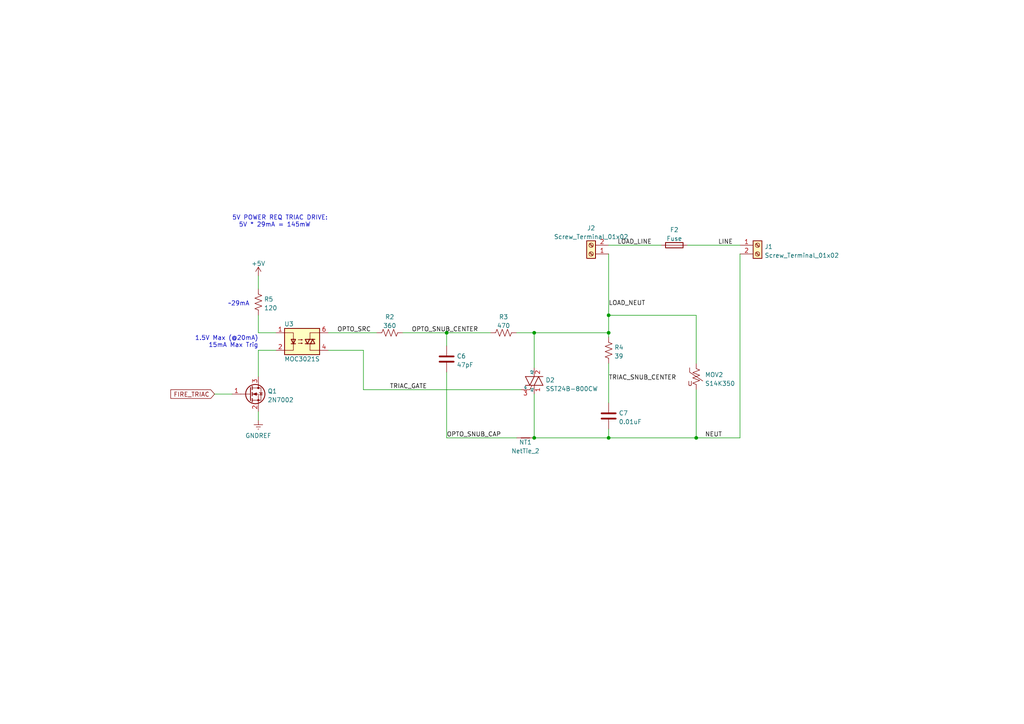
<source format=kicad_sch>
(kicad_sch (version 20211123) (generator eeschema)

  (uuid 8e3c6e53-20b4-4946-9a10-7337a6eeb649)

  (paper "A4")

  (lib_symbols
    (symbol "Connector:Screw_Terminal_01x02" (pin_names (offset 1.016) hide) (in_bom yes) (on_board yes)
      (property "Reference" "J" (id 0) (at 0 2.54 0)
        (effects (font (size 1.27 1.27)))
      )
      (property "Value" "Screw_Terminal_01x02" (id 1) (at 0 -5.08 0)
        (effects (font (size 1.27 1.27)))
      )
      (property "Footprint" "" (id 2) (at 0 0 0)
        (effects (font (size 1.27 1.27)) hide)
      )
      (property "Datasheet" "~" (id 3) (at 0 0 0)
        (effects (font (size 1.27 1.27)) hide)
      )
      (property "ki_keywords" "screw terminal" (id 4) (at 0 0 0)
        (effects (font (size 1.27 1.27)) hide)
      )
      (property "ki_description" "Generic screw terminal, single row, 01x02, script generated (kicad-library-utils/schlib/autogen/connector/)" (id 5) (at 0 0 0)
        (effects (font (size 1.27 1.27)) hide)
      )
      (property "ki_fp_filters" "TerminalBlock*:*" (id 6) (at 0 0 0)
        (effects (font (size 1.27 1.27)) hide)
      )
      (symbol "Screw_Terminal_01x02_1_1"
        (rectangle (start -1.27 1.27) (end 1.27 -3.81)
          (stroke (width 0.254) (type default) (color 0 0 0 0))
          (fill (type background))
        )
        (circle (center 0 -2.54) (radius 0.635)
          (stroke (width 0.1524) (type default) (color 0 0 0 0))
          (fill (type none))
        )
        (polyline
          (pts
            (xy -0.5334 -2.2098)
            (xy 0.3302 -3.048)
          )
          (stroke (width 0.1524) (type default) (color 0 0 0 0))
          (fill (type none))
        )
        (polyline
          (pts
            (xy -0.5334 0.3302)
            (xy 0.3302 -0.508)
          )
          (stroke (width 0.1524) (type default) (color 0 0 0 0))
          (fill (type none))
        )
        (polyline
          (pts
            (xy -0.3556 -2.032)
            (xy 0.508 -2.8702)
          )
          (stroke (width 0.1524) (type default) (color 0 0 0 0))
          (fill (type none))
        )
        (polyline
          (pts
            (xy -0.3556 0.508)
            (xy 0.508 -0.3302)
          )
          (stroke (width 0.1524) (type default) (color 0 0 0 0))
          (fill (type none))
        )
        (circle (center 0 0) (radius 0.635)
          (stroke (width 0.1524) (type default) (color 0 0 0 0))
          (fill (type none))
        )
        (pin passive line (at -5.08 0 0) (length 3.81)
          (name "Pin_1" (effects (font (size 1.27 1.27))))
          (number "1" (effects (font (size 1.27 1.27))))
        )
        (pin passive line (at -5.08 -2.54 0) (length 3.81)
          (name "Pin_2" (effects (font (size 1.27 1.27))))
          (number "2" (effects (font (size 1.27 1.27))))
        )
      )
    )
    (symbol "Device:C" (pin_numbers hide) (pin_names (offset 0.254)) (in_bom yes) (on_board yes)
      (property "Reference" "C" (id 0) (at 0.635 2.54 0)
        (effects (font (size 1.27 1.27)) (justify left))
      )
      (property "Value" "C" (id 1) (at 0.635 -2.54 0)
        (effects (font (size 1.27 1.27)) (justify left))
      )
      (property "Footprint" "" (id 2) (at 0.9652 -3.81 0)
        (effects (font (size 1.27 1.27)) hide)
      )
      (property "Datasheet" "~" (id 3) (at 0 0 0)
        (effects (font (size 1.27 1.27)) hide)
      )
      (property "ki_keywords" "cap capacitor" (id 4) (at 0 0 0)
        (effects (font (size 1.27 1.27)) hide)
      )
      (property "ki_description" "Unpolarized capacitor" (id 5) (at 0 0 0)
        (effects (font (size 1.27 1.27)) hide)
      )
      (property "ki_fp_filters" "C_*" (id 6) (at 0 0 0)
        (effects (font (size 1.27 1.27)) hide)
      )
      (symbol "C_0_1"
        (polyline
          (pts
            (xy -2.032 -0.762)
            (xy 2.032 -0.762)
          )
          (stroke (width 0.508) (type default) (color 0 0 0 0))
          (fill (type none))
        )
        (polyline
          (pts
            (xy -2.032 0.762)
            (xy 2.032 0.762)
          )
          (stroke (width 0.508) (type default) (color 0 0 0 0))
          (fill (type none))
        )
      )
      (symbol "C_1_1"
        (pin passive line (at 0 3.81 270) (length 2.794)
          (name "~" (effects (font (size 1.27 1.27))))
          (number "1" (effects (font (size 1.27 1.27))))
        )
        (pin passive line (at 0 -3.81 90) (length 2.794)
          (name "~" (effects (font (size 1.27 1.27))))
          (number "2" (effects (font (size 1.27 1.27))))
        )
      )
    )
    (symbol "Device:Fuse" (pin_numbers hide) (pin_names (offset 0)) (in_bom yes) (on_board yes)
      (property "Reference" "F" (id 0) (at 2.032 0 90)
        (effects (font (size 1.27 1.27)))
      )
      (property "Value" "Fuse" (id 1) (at -1.905 0 90)
        (effects (font (size 1.27 1.27)))
      )
      (property "Footprint" "" (id 2) (at -1.778 0 90)
        (effects (font (size 1.27 1.27)) hide)
      )
      (property "Datasheet" "~" (id 3) (at 0 0 0)
        (effects (font (size 1.27 1.27)) hide)
      )
      (property "ki_keywords" "fuse" (id 4) (at 0 0 0)
        (effects (font (size 1.27 1.27)) hide)
      )
      (property "ki_description" "Fuse" (id 5) (at 0 0 0)
        (effects (font (size 1.27 1.27)) hide)
      )
      (property "ki_fp_filters" "*Fuse*" (id 6) (at 0 0 0)
        (effects (font (size 1.27 1.27)) hide)
      )
      (symbol "Fuse_0_1"
        (rectangle (start -0.762 -2.54) (end 0.762 2.54)
          (stroke (width 0.254) (type default) (color 0 0 0 0))
          (fill (type none))
        )
        (polyline
          (pts
            (xy 0 2.54)
            (xy 0 -2.54)
          )
          (stroke (width 0) (type default) (color 0 0 0 0))
          (fill (type none))
        )
      )
      (symbol "Fuse_1_1"
        (pin passive line (at 0 3.81 270) (length 1.27)
          (name "~" (effects (font (size 1.27 1.27))))
          (number "1" (effects (font (size 1.27 1.27))))
        )
        (pin passive line (at 0 -3.81 90) (length 1.27)
          (name "~" (effects (font (size 1.27 1.27))))
          (number "2" (effects (font (size 1.27 1.27))))
        )
      )
    )
    (symbol "Device:NetTie_2" (pin_numbers hide) (pin_names (offset 0) hide) (in_bom yes) (on_board yes)
      (property "Reference" "NT" (id 0) (at 0 1.27 0)
        (effects (font (size 1.27 1.27)))
      )
      (property "Value" "NetTie_2" (id 1) (at 0 -1.27 0)
        (effects (font (size 1.27 1.27)))
      )
      (property "Footprint" "" (id 2) (at 0 0 0)
        (effects (font (size 1.27 1.27)) hide)
      )
      (property "Datasheet" "~" (id 3) (at 0 0 0)
        (effects (font (size 1.27 1.27)) hide)
      )
      (property "ki_keywords" "net tie short" (id 4) (at 0 0 0)
        (effects (font (size 1.27 1.27)) hide)
      )
      (property "ki_description" "Net tie, 2 pins" (id 5) (at 0 0 0)
        (effects (font (size 1.27 1.27)) hide)
      )
      (property "ki_fp_filters" "Net*Tie*" (id 6) (at 0 0 0)
        (effects (font (size 1.27 1.27)) hide)
      )
      (symbol "NetTie_2_0_1"
        (polyline
          (pts
            (xy -1.27 0)
            (xy 1.27 0)
          )
          (stroke (width 0.254) (type default) (color 0 0 0 0))
          (fill (type none))
        )
      )
      (symbol "NetTie_2_1_1"
        (pin passive line (at -2.54 0 0) (length 2.54)
          (name "1" (effects (font (size 1.27 1.27))))
          (number "1" (effects (font (size 1.27 1.27))))
        )
        (pin passive line (at 2.54 0 180) (length 2.54)
          (name "2" (effects (font (size 1.27 1.27))))
          (number "2" (effects (font (size 1.27 1.27))))
        )
      )
    )
    (symbol "Device:Q_TRIAC_A1A2G" (pin_names (offset 0)) (in_bom yes) (on_board yes)
      (property "Reference" "D" (id 0) (at 3.175 0.635 0)
        (effects (font (size 1.27 1.27)) (justify left))
      )
      (property "Value" "Q_TRIAC_A1A2G" (id 1) (at 3.175 -1.27 0)
        (effects (font (size 1.27 1.27)) (justify left))
      )
      (property "Footprint" "" (id 2) (at 1.905 0.635 90)
        (effects (font (size 1.27 1.27)) hide)
      )
      (property "Datasheet" "~" (id 3) (at 0 0 90)
        (effects (font (size 1.27 1.27)) hide)
      )
      (property "ki_keywords" "TRIAC" (id 4) (at 0 0 0)
        (effects (font (size 1.27 1.27)) hide)
      )
      (property "ki_description" "Triode for alternating current, anode1/anode2/gate" (id 5) (at 0 0 0)
        (effects (font (size 1.27 1.27)) hide)
      )
      (symbol "Q_TRIAC_A1A2G_0_1"
        (polyline
          (pts
            (xy -2.54 -1.27)
            (xy 2.54 -1.27)
          )
          (stroke (width 0.2032) (type default) (color 0 0 0 0))
          (fill (type none))
        )
        (polyline
          (pts
            (xy -2.54 1.27)
            (xy 2.54 1.27)
          )
          (stroke (width 0.2032) (type default) (color 0 0 0 0))
          (fill (type none))
        )
        (polyline
          (pts
            (xy -1.27 -2.54)
            (xy -0.635 -1.27)
          )
          (stroke (width 0) (type default) (color 0 0 0 0))
          (fill (type none))
        )
        (polyline
          (pts
            (xy -2.54 1.27)
            (xy -1.27 -1.27)
            (xy 0 1.27)
          )
          (stroke (width 0.2032) (type default) (color 0 0 0 0))
          (fill (type none))
        )
        (polyline
          (pts
            (xy 0 -1.27)
            (xy 1.27 1.27)
            (xy 2.54 -1.27)
          )
          (stroke (width 0.2032) (type default) (color 0 0 0 0))
          (fill (type none))
        )
      )
      (symbol "Q_TRIAC_A1A2G_1_1"
        (pin passive line (at 0 -3.81 90) (length 2.54)
          (name "A1" (effects (font (size 0.635 0.635))))
          (number "1" (effects (font (size 1.27 1.27))))
        )
        (pin passive line (at 0 3.81 270) (length 2.54)
          (name "A2" (effects (font (size 0.635 0.635))))
          (number "2" (effects (font (size 1.27 1.27))))
        )
        (pin input line (at -3.81 -2.54 0) (length 2.54)
          (name "G" (effects (font (size 0.635 0.635))))
          (number "3" (effects (font (size 1.27 1.27))))
        )
      )
    )
    (symbol "Device:R_US" (pin_numbers hide) (pin_names (offset 0)) (in_bom yes) (on_board yes)
      (property "Reference" "R" (id 0) (at 2.54 0 90)
        (effects (font (size 1.27 1.27)))
      )
      (property "Value" "R_US" (id 1) (at -2.54 0 90)
        (effects (font (size 1.27 1.27)))
      )
      (property "Footprint" "" (id 2) (at 1.016 -0.254 90)
        (effects (font (size 1.27 1.27)) hide)
      )
      (property "Datasheet" "~" (id 3) (at 0 0 0)
        (effects (font (size 1.27 1.27)) hide)
      )
      (property "ki_keywords" "R res resistor" (id 4) (at 0 0 0)
        (effects (font (size 1.27 1.27)) hide)
      )
      (property "ki_description" "Resistor, US symbol" (id 5) (at 0 0 0)
        (effects (font (size 1.27 1.27)) hide)
      )
      (property "ki_fp_filters" "R_*" (id 6) (at 0 0 0)
        (effects (font (size 1.27 1.27)) hide)
      )
      (symbol "R_US_0_1"
        (polyline
          (pts
            (xy 0 -2.286)
            (xy 0 -2.54)
          )
          (stroke (width 0) (type default) (color 0 0 0 0))
          (fill (type none))
        )
        (polyline
          (pts
            (xy 0 2.286)
            (xy 0 2.54)
          )
          (stroke (width 0) (type default) (color 0 0 0 0))
          (fill (type none))
        )
        (polyline
          (pts
            (xy 0 -0.762)
            (xy 1.016 -1.143)
            (xy 0 -1.524)
            (xy -1.016 -1.905)
            (xy 0 -2.286)
          )
          (stroke (width 0) (type default) (color 0 0 0 0))
          (fill (type none))
        )
        (polyline
          (pts
            (xy 0 0.762)
            (xy 1.016 0.381)
            (xy 0 0)
            (xy -1.016 -0.381)
            (xy 0 -0.762)
          )
          (stroke (width 0) (type default) (color 0 0 0 0))
          (fill (type none))
        )
        (polyline
          (pts
            (xy 0 2.286)
            (xy 1.016 1.905)
            (xy 0 1.524)
            (xy -1.016 1.143)
            (xy 0 0.762)
          )
          (stroke (width 0) (type default) (color 0 0 0 0))
          (fill (type none))
        )
      )
      (symbol "R_US_1_1"
        (pin passive line (at 0 3.81 270) (length 1.27)
          (name "~" (effects (font (size 1.27 1.27))))
          (number "1" (effects (font (size 1.27 1.27))))
        )
        (pin passive line (at 0 -3.81 90) (length 1.27)
          (name "~" (effects (font (size 1.27 1.27))))
          (number "2" (effects (font (size 1.27 1.27))))
        )
      )
    )
    (symbol "Device:Varistor_US" (pin_numbers hide) (pin_names (offset 0)) (in_bom yes) (on_board yes)
      (property "Reference" "RV" (id 0) (at 3.175 0 90)
        (effects (font (size 1.27 1.27)))
      )
      (property "Value" "Varistor_US" (id 1) (at -3.175 0 90)
        (effects (font (size 1.27 1.27)))
      )
      (property "Footprint" "" (id 2) (at -1.778 0 90)
        (effects (font (size 1.27 1.27)) hide)
      )
      (property "Datasheet" "~" (id 3) (at 0 0 0)
        (effects (font (size 1.27 1.27)) hide)
      )
      (property "ki_keywords" "VDR resistance" (id 4) (at 0 0 0)
        (effects (font (size 1.27 1.27)) hide)
      )
      (property "ki_description" "Voltage dependent resistor, US symbol" (id 5) (at 0 0 0)
        (effects (font (size 1.27 1.27)) hide)
      )
      (property "ki_fp_filters" "RV_* Varistor*" (id 6) (at 0 0 0)
        (effects (font (size 1.27 1.27)) hide)
      )
      (symbol "Varistor_US_0_0"
        (text "U" (at -1.778 -2.032 0)
          (effects (font (size 1.27 1.27)))
        )
      )
      (symbol "Varistor_US_0_1"
        (polyline
          (pts
            (xy 0 -2.286)
            (xy 0 -2.54)
          )
          (stroke (width 0) (type default) (color 0 0 0 0))
          (fill (type none))
        )
        (polyline
          (pts
            (xy 0 2.286)
            (xy 0 2.54)
          )
          (stroke (width 0) (type default) (color 0 0 0 0))
          (fill (type none))
        )
        (polyline
          (pts
            (xy -1.905 2.54)
            (xy -1.905 1.27)
            (xy 1.905 -1.27)
          )
          (stroke (width 0) (type default) (color 0 0 0 0))
          (fill (type none))
        )
        (polyline
          (pts
            (xy 0 -0.762)
            (xy 1.016 -1.143)
            (xy 0 -1.524)
            (xy -1.016 -1.905)
            (xy 0 -2.286)
          )
          (stroke (width 0) (type default) (color 0 0 0 0))
          (fill (type none))
        )
        (polyline
          (pts
            (xy 0 0.762)
            (xy 1.016 0.381)
            (xy 0 0)
            (xy -1.016 -0.381)
            (xy 0 -0.762)
          )
          (stroke (width 0) (type default) (color 0 0 0 0))
          (fill (type none))
        )
        (polyline
          (pts
            (xy 0 2.286)
            (xy 1.016 1.905)
            (xy 0 1.524)
            (xy -1.016 1.143)
            (xy 0 0.762)
          )
          (stroke (width 0) (type default) (color 0 0 0 0))
          (fill (type none))
        )
      )
      (symbol "Varistor_US_1_1"
        (pin passive line (at 0 3.81 270) (length 1.27)
          (name "~" (effects (font (size 1.27 1.27))))
          (number "1" (effects (font (size 1.27 1.27))))
        )
        (pin passive line (at 0 -3.81 90) (length 1.27)
          (name "~" (effects (font (size 1.27 1.27))))
          (number "2" (effects (font (size 1.27 1.27))))
        )
      )
    )
    (symbol "JEDD-symbols:MOC3021S" (in_bom yes) (on_board yes)
      (property "Reference" "U" (id 0) (at -5.08 5.08 0)
        (effects (font (size 1.27 1.27)) (justify left))
      )
      (property "Value" "MOC3021S" (id 1) (at 0 -5.08 0)
        (effects (font (size 1.27 1.27)))
      )
      (property "Footprint" "" (id 2) (at 0 0 0)
        (effects (font (size 1.27 1.27)) hide)
      )
      (property "Datasheet" "https://optoelectronics.liteon.com/upload/download/DS-70-99-0019/MOC302X%20series%20201606.pdf" (id 3) (at 0 -13.97 0)
        (effects (font (size 1.27 1.27)) hide)
      )
      (property "Digikey PN" "160-1375-5-ND" (id 4) (at 0 -11.43 0)
        (effects (font (size 1.27 1.27)) hide)
      )
      (symbol "MOC3021S_0_0"
        (pin no_connect line (at 5.08 0 180) (length 2.54) hide
          (name "NC" (effects (font (size 1.27 1.27))))
          (number "5" (effects (font (size 1.27 1.27))))
        )
      )
      (symbol "MOC3021S_0_1"
        (rectangle (start -5.08 3.81) (end 5.08 -3.81)
          (stroke (width 0.254) (type default) (color 0 0 0 0))
          (fill (type background))
        )
        (polyline
          (pts
            (xy -3.175 -0.635)
            (xy -1.905 -0.635)
          )
          (stroke (width 0.254) (type default) (color 0 0 0 0))
          (fill (type none))
        )
        (polyline
          (pts
            (xy 1.905 0.635)
            (xy 3.683 0.635)
          )
          (stroke (width 0.254) (type default) (color 0 0 0 0))
          (fill (type none))
        )
        (polyline
          (pts
            (xy 2.286 -2.54)
            (xy 2.286 -0.635)
          )
          (stroke (width 0) (type default) (color 0 0 0 0))
          (fill (type none))
        )
        (polyline
          (pts
            (xy 2.286 -2.54)
            (xy 5.08 -2.54)
          )
          (stroke (width 0) (type default) (color 0 0 0 0))
          (fill (type none))
        )
        (polyline
          (pts
            (xy 2.286 2.54)
            (xy 2.286 0.635)
          )
          (stroke (width 0) (type default) (color 0 0 0 0))
          (fill (type none))
        )
        (polyline
          (pts
            (xy 2.286 2.54)
            (xy 5.08 2.54)
          )
          (stroke (width 0) (type default) (color 0 0 0 0))
          (fill (type none))
        )
        (polyline
          (pts
            (xy 2.667 -0.635)
            (xy 0.889 -0.635)
          )
          (stroke (width 0.254) (type default) (color 0 0 0 0))
          (fill (type none))
        )
        (polyline
          (pts
            (xy -5.08 2.54)
            (xy -2.54 2.54)
            (xy -2.54 0.635)
          )
          (stroke (width 0) (type default) (color 0 0 0 0))
          (fill (type none))
        )
        (polyline
          (pts
            (xy -2.54 0.762)
            (xy -2.54 -2.54)
            (xy -5.08 -2.54)
          )
          (stroke (width 0) (type default) (color 0 0 0 0))
          (fill (type none))
        )
        (polyline
          (pts
            (xy -2.54 -0.635)
            (xy -3.175 0.635)
            (xy -1.905 0.635)
            (xy -2.54 -0.635)
          )
          (stroke (width 0.254) (type default) (color 0 0 0 0))
          (fill (type none))
        )
        (polyline
          (pts
            (xy 1.524 -0.635)
            (xy 2.159 0.635)
            (xy 0.889 0.635)
            (xy 1.524 -0.635)
          )
          (stroke (width 0.254) (type default) (color 0 0 0 0))
          (fill (type none))
        )
        (polyline
          (pts
            (xy 3.048 0.635)
            (xy 2.413 -0.635)
            (xy 3.683 -0.635)
            (xy 3.048 0.635)
          )
          (stroke (width 0.254) (type default) (color 0 0 0 0))
          (fill (type none))
        )
        (polyline
          (pts
            (xy -1.143 -0.508)
            (xy 0.127 -0.508)
            (xy -0.254 -0.635)
            (xy -0.254 -0.381)
            (xy 0.127 -0.508)
          )
          (stroke (width 0) (type default) (color 0 0 0 0))
          (fill (type none))
        )
        (polyline
          (pts
            (xy -1.143 0.508)
            (xy 0.127 0.508)
            (xy -0.254 0.381)
            (xy -0.254 0.635)
            (xy 0.127 0.508)
          )
          (stroke (width 0) (type default) (color 0 0 0 0))
          (fill (type none))
        )
      )
      (symbol "MOC3021S_1_1"
        (pin passive line (at -7.62 2.54 0) (length 2.54)
          (name "~" (effects (font (size 1.27 1.27))))
          (number "1" (effects (font (size 1.27 1.27))))
        )
        (pin passive line (at -7.62 -2.54 0) (length 2.54)
          (name "~" (effects (font (size 1.27 1.27))))
          (number "2" (effects (font (size 1.27 1.27))))
        )
        (pin no_connect line (at -5.08 0 0) (length 2.54) hide
          (name "NC" (effects (font (size 1.27 1.27))))
          (number "3" (effects (font (size 1.27 1.27))))
        )
        (pin passive line (at 7.62 -2.54 180) (length 2.54)
          (name "~" (effects (font (size 1.27 1.27))))
          (number "4" (effects (font (size 1.27 1.27))))
        )
        (pin passive line (at 7.62 2.54 180) (length 2.54)
          (name "~" (effects (font (size 1.27 1.27))))
          (number "6" (effects (font (size 1.27 1.27))))
        )
      )
    )
    (symbol "Transistor_FET:2N7002" (pin_names hide) (in_bom yes) (on_board yes)
      (property "Reference" "Q" (id 0) (at 5.08 1.905 0)
        (effects (font (size 1.27 1.27)) (justify left))
      )
      (property "Value" "2N7002" (id 1) (at 5.08 0 0)
        (effects (font (size 1.27 1.27)) (justify left))
      )
      (property "Footprint" "Package_TO_SOT_SMD:SOT-23" (id 2) (at 5.08 -1.905 0)
        (effects (font (size 1.27 1.27) italic) (justify left) hide)
      )
      (property "Datasheet" "https://www.onsemi.com/pub/Collateral/NDS7002A-D.PDF" (id 3) (at 0 0 0)
        (effects (font (size 1.27 1.27)) (justify left) hide)
      )
      (property "ki_keywords" "N-Channel Switching MOSFET" (id 4) (at 0 0 0)
        (effects (font (size 1.27 1.27)) hide)
      )
      (property "ki_description" "0.115A Id, 60V Vds, N-Channel MOSFET, SOT-23" (id 5) (at 0 0 0)
        (effects (font (size 1.27 1.27)) hide)
      )
      (property "ki_fp_filters" "SOT?23*" (id 6) (at 0 0 0)
        (effects (font (size 1.27 1.27)) hide)
      )
      (symbol "2N7002_0_1"
        (polyline
          (pts
            (xy 0.254 0)
            (xy -2.54 0)
          )
          (stroke (width 0) (type default) (color 0 0 0 0))
          (fill (type none))
        )
        (polyline
          (pts
            (xy 0.254 1.905)
            (xy 0.254 -1.905)
          )
          (stroke (width 0.254) (type default) (color 0 0 0 0))
          (fill (type none))
        )
        (polyline
          (pts
            (xy 0.762 -1.27)
            (xy 0.762 -2.286)
          )
          (stroke (width 0.254) (type default) (color 0 0 0 0))
          (fill (type none))
        )
        (polyline
          (pts
            (xy 0.762 0.508)
            (xy 0.762 -0.508)
          )
          (stroke (width 0.254) (type default) (color 0 0 0 0))
          (fill (type none))
        )
        (polyline
          (pts
            (xy 0.762 2.286)
            (xy 0.762 1.27)
          )
          (stroke (width 0.254) (type default) (color 0 0 0 0))
          (fill (type none))
        )
        (polyline
          (pts
            (xy 2.54 2.54)
            (xy 2.54 1.778)
          )
          (stroke (width 0) (type default) (color 0 0 0 0))
          (fill (type none))
        )
        (polyline
          (pts
            (xy 2.54 -2.54)
            (xy 2.54 0)
            (xy 0.762 0)
          )
          (stroke (width 0) (type default) (color 0 0 0 0))
          (fill (type none))
        )
        (polyline
          (pts
            (xy 0.762 -1.778)
            (xy 3.302 -1.778)
            (xy 3.302 1.778)
            (xy 0.762 1.778)
          )
          (stroke (width 0) (type default) (color 0 0 0 0))
          (fill (type none))
        )
        (polyline
          (pts
            (xy 1.016 0)
            (xy 2.032 0.381)
            (xy 2.032 -0.381)
            (xy 1.016 0)
          )
          (stroke (width 0) (type default) (color 0 0 0 0))
          (fill (type outline))
        )
        (polyline
          (pts
            (xy 2.794 0.508)
            (xy 2.921 0.381)
            (xy 3.683 0.381)
            (xy 3.81 0.254)
          )
          (stroke (width 0) (type default) (color 0 0 0 0))
          (fill (type none))
        )
        (polyline
          (pts
            (xy 3.302 0.381)
            (xy 2.921 -0.254)
            (xy 3.683 -0.254)
            (xy 3.302 0.381)
          )
          (stroke (width 0) (type default) (color 0 0 0 0))
          (fill (type none))
        )
        (circle (center 1.651 0) (radius 2.794)
          (stroke (width 0.254) (type default) (color 0 0 0 0))
          (fill (type none))
        )
        (circle (center 2.54 -1.778) (radius 0.254)
          (stroke (width 0) (type default) (color 0 0 0 0))
          (fill (type outline))
        )
        (circle (center 2.54 1.778) (radius 0.254)
          (stroke (width 0) (type default) (color 0 0 0 0))
          (fill (type outline))
        )
      )
      (symbol "2N7002_1_1"
        (pin input line (at -5.08 0 0) (length 2.54)
          (name "G" (effects (font (size 1.27 1.27))))
          (number "1" (effects (font (size 1.27 1.27))))
        )
        (pin passive line (at 2.54 -5.08 90) (length 2.54)
          (name "S" (effects (font (size 1.27 1.27))))
          (number "2" (effects (font (size 1.27 1.27))))
        )
        (pin passive line (at 2.54 5.08 270) (length 2.54)
          (name "D" (effects (font (size 1.27 1.27))))
          (number "3" (effects (font (size 1.27 1.27))))
        )
      )
    )
    (symbol "power:+5V" (power) (pin_names (offset 0)) (in_bom yes) (on_board yes)
      (property "Reference" "#PWR" (id 0) (at 0 -3.81 0)
        (effects (font (size 1.27 1.27)) hide)
      )
      (property "Value" "+5V" (id 1) (at 0 3.556 0)
        (effects (font (size 1.27 1.27)))
      )
      (property "Footprint" "" (id 2) (at 0 0 0)
        (effects (font (size 1.27 1.27)) hide)
      )
      (property "Datasheet" "" (id 3) (at 0 0 0)
        (effects (font (size 1.27 1.27)) hide)
      )
      (property "ki_keywords" "power-flag" (id 4) (at 0 0 0)
        (effects (font (size 1.27 1.27)) hide)
      )
      (property "ki_description" "Power symbol creates a global label with name \"+5V\"" (id 5) (at 0 0 0)
        (effects (font (size 1.27 1.27)) hide)
      )
      (symbol "+5V_0_1"
        (polyline
          (pts
            (xy -0.762 1.27)
            (xy 0 2.54)
          )
          (stroke (width 0) (type default) (color 0 0 0 0))
          (fill (type none))
        )
        (polyline
          (pts
            (xy 0 0)
            (xy 0 2.54)
          )
          (stroke (width 0) (type default) (color 0 0 0 0))
          (fill (type none))
        )
        (polyline
          (pts
            (xy 0 2.54)
            (xy 0.762 1.27)
          )
          (stroke (width 0) (type default) (color 0 0 0 0))
          (fill (type none))
        )
      )
      (symbol "+5V_1_1"
        (pin power_in line (at 0 0 90) (length 0) hide
          (name "+5V" (effects (font (size 1.27 1.27))))
          (number "1" (effects (font (size 1.27 1.27))))
        )
      )
    )
    (symbol "power:GNDREF" (power) (pin_names (offset 0)) (in_bom yes) (on_board yes)
      (property "Reference" "#PWR" (id 0) (at 0 -6.35 0)
        (effects (font (size 1.27 1.27)) hide)
      )
      (property "Value" "GNDREF" (id 1) (at 0 -3.81 0)
        (effects (font (size 1.27 1.27)))
      )
      (property "Footprint" "" (id 2) (at 0 0 0)
        (effects (font (size 1.27 1.27)) hide)
      )
      (property "Datasheet" "" (id 3) (at 0 0 0)
        (effects (font (size 1.27 1.27)) hide)
      )
      (property "ki_keywords" "power-flag" (id 4) (at 0 0 0)
        (effects (font (size 1.27 1.27)) hide)
      )
      (property "ki_description" "Power symbol creates a global label with name \"GNDREF\" , reference supply ground" (id 5) (at 0 0 0)
        (effects (font (size 1.27 1.27)) hide)
      )
      (symbol "GNDREF_0_1"
        (polyline
          (pts
            (xy -0.635 -1.905)
            (xy 0.635 -1.905)
          )
          (stroke (width 0) (type default) (color 0 0 0 0))
          (fill (type none))
        )
        (polyline
          (pts
            (xy -0.127 -2.54)
            (xy 0.127 -2.54)
          )
          (stroke (width 0) (type default) (color 0 0 0 0))
          (fill (type none))
        )
        (polyline
          (pts
            (xy 0 -1.27)
            (xy 0 0)
          )
          (stroke (width 0) (type default) (color 0 0 0 0))
          (fill (type none))
        )
        (polyline
          (pts
            (xy 1.27 -1.27)
            (xy -1.27 -1.27)
          )
          (stroke (width 0) (type default) (color 0 0 0 0))
          (fill (type none))
        )
      )
      (symbol "GNDREF_1_1"
        (pin power_in line (at 0 0 270) (length 0) hide
          (name "GNDREF" (effects (font (size 1.27 1.27))))
          (number "1" (effects (font (size 1.27 1.27))))
        )
      )
    )
  )

  (junction (at 129.54 96.52) (diameter 0) (color 0 0 0 0)
    (uuid 08f7ff3a-918b-4dab-9c5e-7580c95d3965)
  )
  (junction (at 176.53 127) (diameter 0) (color 0 0 0 0)
    (uuid 0b1d9744-610a-4d1b-9917-2e02f3b8e024)
  )
  (junction (at 201.93 127) (diameter 0) (color 0 0 0 0)
    (uuid 26ec7ebc-6756-4103-908b-ebed885f1fdf)
  )
  (junction (at 176.53 91.44) (diameter 0) (color 0 0 0 0)
    (uuid 5b1fe326-922f-49d7-b9e2-a3fa79272f74)
  )
  (junction (at 154.94 127) (diameter 0) (color 0 0 0 0)
    (uuid e182941f-1042-4762-958e-b00da33e1d2b)
  )
  (junction (at 176.53 96.52) (diameter 0) (color 0 0 0 0)
    (uuid f664f800-e1b0-40b9-8c5a-b574ebc160d4)
  )
  (junction (at 154.94 96.52) (diameter 0) (color 0 0 0 0)
    (uuid feb8da5a-cd3c-4014-8d57-7516061642f2)
  )

  (wire (pts (xy 199.39 71.12) (xy 214.63 71.12))
    (stroke (width 0) (type default) (color 0 0 0 0))
    (uuid 00f96d1a-f55d-4aac-8eac-43f53b56af89)
  )
  (wire (pts (xy 105.41 101.6) (xy 95.25 101.6))
    (stroke (width 0) (type default) (color 0 0 0 0))
    (uuid 035f59b7-66e4-4b2e-b530-f6f3c192e1f4)
  )
  (wire (pts (xy 214.63 73.66) (xy 214.63 127))
    (stroke (width 0) (type default) (color 0 0 0 0))
    (uuid 06fc3f16-6459-4536-a6af-cf33f1b13c0a)
  )
  (wire (pts (xy 154.94 114.3) (xy 154.94 127))
    (stroke (width 0) (type default) (color 0 0 0 0))
    (uuid 09bb2182-4b67-4628-965c-99612dcbb4d4)
  )
  (wire (pts (xy 80.01 96.52) (xy 74.93 96.52))
    (stroke (width 0) (type default) (color 0 0 0 0))
    (uuid 0df56994-c37a-4828-947d-a5c7449b7a39)
  )
  (wire (pts (xy 176.53 73.66) (xy 176.53 91.44))
    (stroke (width 0) (type default) (color 0 0 0 0))
    (uuid 1814bd60-4d74-4b37-b685-e3c10fd9c7ba)
  )
  (wire (pts (xy 176.53 96.52) (xy 154.94 96.52))
    (stroke (width 0) (type default) (color 0 0 0 0))
    (uuid 1d84ba77-cd45-4542-b17d-27a62f281075)
  )
  (wire (pts (xy 80.01 101.6) (xy 74.93 101.6))
    (stroke (width 0) (type default) (color 0 0 0 0))
    (uuid 1fc82179-a540-4665-baed-f937a18aebd2)
  )
  (wire (pts (xy 176.53 71.12) (xy 191.77 71.12))
    (stroke (width 0) (type default) (color 0 0 0 0))
    (uuid 395d079f-715a-4a77-a132-66e12f4df110)
  )
  (wire (pts (xy 176.53 127) (xy 176.53 124.46))
    (stroke (width 0) (type default) (color 0 0 0 0))
    (uuid 466399cb-e9e3-496d-8d32-2fa27370bb0d)
  )
  (wire (pts (xy 176.53 91.44) (xy 176.53 96.52))
    (stroke (width 0) (type default) (color 0 0 0 0))
    (uuid 4dca32a9-89ad-451d-bc04-88c2725dc22f)
  )
  (wire (pts (xy 129.54 96.52) (xy 129.54 100.33))
    (stroke (width 0) (type default) (color 0 0 0 0))
    (uuid 5776d96f-53c4-4d67-9fb3-f547b14560e5)
  )
  (wire (pts (xy 129.54 127) (xy 149.86 127))
    (stroke (width 0) (type default) (color 0 0 0 0))
    (uuid 668da496-4f5f-4992-aa00-b18f02bfad0d)
  )
  (wire (pts (xy 105.41 113.03) (xy 151.13 113.03))
    (stroke (width 0) (type default) (color 0 0 0 0))
    (uuid 6b382a9e-cf0a-4e18-a0c6-4a99ada17d54)
  )
  (wire (pts (xy 95.25 96.52) (xy 109.22 96.52))
    (stroke (width 0) (type default) (color 0 0 0 0))
    (uuid 7a4a9607-4ef4-4c8b-bf1e-d6cc2807a95f)
  )
  (wire (pts (xy 201.93 105.41) (xy 201.93 91.44))
    (stroke (width 0) (type default) (color 0 0 0 0))
    (uuid 7d1bf74e-1972-4f30-97e7-caec055df693)
  )
  (wire (pts (xy 105.41 113.03) (xy 105.41 101.6))
    (stroke (width 0) (type default) (color 0 0 0 0))
    (uuid 86b5f43a-5f1a-46e1-8ae8-ba8526e0dedf)
  )
  (wire (pts (xy 129.54 96.52) (xy 142.24 96.52))
    (stroke (width 0) (type default) (color 0 0 0 0))
    (uuid 90a1e5d4-08f2-4962-a686-69cd1289a540)
  )
  (wire (pts (xy 154.94 96.52) (xy 154.94 106.68))
    (stroke (width 0) (type default) (color 0 0 0 0))
    (uuid 91a90a01-3725-40af-9dea-50ebf20637cc)
  )
  (wire (pts (xy 74.93 119.38) (xy 74.93 121.92))
    (stroke (width 0) (type default) (color 0 0 0 0))
    (uuid a9f6ec65-0d7f-42e1-bef5-f5fafd64942c)
  )
  (wire (pts (xy 176.53 127) (xy 201.93 127))
    (stroke (width 0) (type default) (color 0 0 0 0))
    (uuid b3caf44d-fdd9-460e-b68a-8bd66ae731fd)
  )
  (wire (pts (xy 74.93 80.01) (xy 74.93 83.82))
    (stroke (width 0) (type default) (color 0 0 0 0))
    (uuid b5f1fa0d-0b52-4769-99cc-ea2397076f16)
  )
  (wire (pts (xy 176.53 105.41) (xy 176.53 116.84))
    (stroke (width 0) (type default) (color 0 0 0 0))
    (uuid bad1b2d7-2756-49b6-b2dd-d3531ca436a3)
  )
  (wire (pts (xy 62.23 114.3) (xy 67.31 114.3))
    (stroke (width 0) (type default) (color 0 0 0 0))
    (uuid bcb05c38-a5fd-4d8c-a582-6fec5b7b9f0a)
  )
  (wire (pts (xy 129.54 107.95) (xy 129.54 127))
    (stroke (width 0) (type default) (color 0 0 0 0))
    (uuid c82e7ab8-7a67-4bdb-887a-1fc1a65b7fc5)
  )
  (wire (pts (xy 201.93 127) (xy 214.63 127))
    (stroke (width 0) (type default) (color 0 0 0 0))
    (uuid d5447a9e-ec97-4cf8-821c-d1c194499ee8)
  )
  (wire (pts (xy 74.93 101.6) (xy 74.93 109.22))
    (stroke (width 0) (type default) (color 0 0 0 0))
    (uuid dda1012d-14f3-40b9-8524-a61a7efda7ce)
  )
  (wire (pts (xy 149.86 96.52) (xy 154.94 96.52))
    (stroke (width 0) (type default) (color 0 0 0 0))
    (uuid de1d0864-3846-41b6-9d53-8e1403b38c29)
  )
  (wire (pts (xy 176.53 97.79) (xy 176.53 96.52))
    (stroke (width 0) (type default) (color 0 0 0 0))
    (uuid e4d0c55f-bc58-408d-a887-fdce6183f3a1)
  )
  (wire (pts (xy 74.93 96.52) (xy 74.93 91.44))
    (stroke (width 0) (type default) (color 0 0 0 0))
    (uuid f1769380-4bb6-47db-89f3-bae9aec7b24b)
  )
  (wire (pts (xy 201.93 113.03) (xy 201.93 127))
    (stroke (width 0) (type default) (color 0 0 0 0))
    (uuid f66e791b-296a-47e3-880f-27a0d568f7cb)
  )
  (wire (pts (xy 154.94 127) (xy 176.53 127))
    (stroke (width 0) (type default) (color 0 0 0 0))
    (uuid f9944f64-7182-4f7b-b18d-f998becd239c)
  )
  (wire (pts (xy 116.84 96.52) (xy 129.54 96.52))
    (stroke (width 0) (type default) (color 0 0 0 0))
    (uuid fb9fa8df-8c2c-4352-8e55-348d143d970f)
  )
  (wire (pts (xy 201.93 91.44) (xy 176.53 91.44))
    (stroke (width 0) (type default) (color 0 0 0 0))
    (uuid fc65f4fa-e35a-4ac1-bf51-76da24d42e2e)
  )

  (text "~29mA" (at 72.39 88.9 180)
    (effects (font (size 1.27 1.27)) (justify right bottom))
    (uuid 131470f8-39b0-47e2-a622-413c221c271c)
  )
  (text "1.5V Max (@20mA)\n15mA Max Trig" (at 74.93 100.965 180)
    (effects (font (size 1.27 1.27)) (justify right bottom))
    (uuid 88fd42c7-6d4c-49da-a020-58de02cf030a)
  )
  (text "5V POWER REQ TRIAC DRIVE:\n  5V * 29mA = 145mW" (at 67.31 66.04 0)
    (effects (font (size 1.27 1.27)) (justify left bottom))
    (uuid ab9055db-6258-4603-84c3-3431672827bf)
  )

  (label "OPTO_SNUB_CAP" (at 129.54 127 0)
    (effects (font (size 1.27 1.27)) (justify left bottom))
    (uuid 2d9a8c6c-7cd9-4620-beb4-6a866d7d4dd1)
  )
  (label "TRIAC_GATE" (at 113.03 113.03 0)
    (effects (font (size 1.27 1.27)) (justify left bottom))
    (uuid 3ea00a3c-ebc4-4743-841f-66546aa0c5eb)
  )
  (label "TRIAC_SNUB_CENTER" (at 176.53 110.49 0)
    (effects (font (size 1.27 1.27)) (justify left bottom))
    (uuid 4017390c-0e8a-46aa-817d-9cfeaa9bb935)
  )
  (label "OPTO_SRC" (at 97.79 96.52 0)
    (effects (font (size 1.27 1.27)) (justify left bottom))
    (uuid 44ae8963-256a-44eb-b83d-a77bb966302d)
  )
  (label "NEUT" (at 204.47 127 0)
    (effects (font (size 1.27 1.27)) (justify left bottom))
    (uuid 492a6327-ec26-473d-8b5a-315abc9f4a0e)
  )
  (label "LINE" (at 208.28 71.12 0)
    (effects (font (size 1.27 1.27)) (justify left bottom))
    (uuid 6be1a56d-78a3-4bd6-b3b4-52e0037a020e)
  )
  (label "OPTO_SNUB_CENTER" (at 119.38 96.52 0)
    (effects (font (size 1.27 1.27)) (justify left bottom))
    (uuid b182823b-1e0d-4799-accd-6ca165e149e1)
  )
  (label "LOAD_LINE" (at 179.07 71.12 0)
    (effects (font (size 1.27 1.27)) (justify left bottom))
    (uuid ebfd8300-7aaf-4c73-875c-87a8ffa75f1e)
  )
  (label "LOAD_NEUT" (at 176.53 88.9 0)
    (effects (font (size 1.27 1.27)) (justify left bottom))
    (uuid fe491f29-4f26-4c46-8059-3153f69b77fe)
  )

  (global_label "FIRE_TRIAC" (shape input) (at 62.23 114.3 180) (fields_autoplaced)
    (effects (font (size 1.27 1.27)) (justify right))
    (uuid ae97a401-5095-4313-9843-9f5d36b27206)
    (property "Intersheet References" "${INTERSHEET_REFS}" (id 0) (at 49.5359 114.2206 0)
      (effects (font (size 1.27 1.27)) (justify right) hide)
    )
  )

  (symbol (lib_id "power:+5V") (at 74.93 80.01 0) (unit 1)
    (in_bom yes) (on_board yes) (fields_autoplaced)
    (uuid 047fd755-82f5-40e5-b1fb-d11e1e08fcbd)
    (property "Reference" "#PWR03" (id 0) (at 74.93 83.82 0)
      (effects (font (size 1.27 1.27)) hide)
    )
    (property "Value" "+5V" (id 1) (at 74.93 76.4342 0))
    (property "Footprint" "" (id 2) (at 74.93 80.01 0)
      (effects (font (size 1.27 1.27)) hide)
    )
    (property "Datasheet" "" (id 3) (at 74.93 80.01 0)
      (effects (font (size 1.27 1.27)) hide)
    )
    (pin "1" (uuid 40c869c2-21de-4251-995d-7b3cebd9fa99))
  )

  (symbol (lib_id "Device:C") (at 129.54 104.14 0) (unit 1)
    (in_bom yes) (on_board yes) (fields_autoplaced)
    (uuid 0d00bde3-f03a-4fc9-9de2-00d5e40fd93c)
    (property "Reference" "C6" (id 0) (at 132.461 103.3053 0)
      (effects (font (size 1.27 1.27)) (justify left))
    )
    (property "Value" "47pF" (id 1) (at 132.461 105.8422 0)
      (effects (font (size 1.27 1.27)) (justify left))
    )
    (property "Footprint" "Capacitor_SMD:C_0805_2012Metric" (id 2) (at 130.5052 107.95 0)
      (effects (font (size 1.27 1.27)) hide)
    )
    (property "Datasheet" "~" (id 3) (at 129.54 104.14 0)
      (effects (font (size 1.27 1.27)) hide)
    )
    (property "Digikey PN" "732-12170-1-ND" (id 4) (at 129.54 104.14 0)
      (effects (font (size 1.27 1.27)) hide)
    )
    (pin "1" (uuid fffa0b22-16e2-4569-920c-74e54fc24cae))
    (pin "2" (uuid e0c5f708-78bb-408d-bbf8-c7e059c4a73d))
  )

  (symbol (lib_id "Device:Q_TRIAC_A1A2G") (at 154.94 110.49 0) (unit 1)
    (in_bom yes) (on_board yes) (fields_autoplaced)
    (uuid 1c669485-f242-466e-847e-b2cbe5b76ebc)
    (property "Reference" "D2" (id 0) (at 158.2166 110.2395 0)
      (effects (font (size 1.27 1.27)) (justify left))
    )
    (property "Value" "SST24B-800CW" (id 1) (at 158.2166 112.7764 0)
      (effects (font (size 1.27 1.27)) (justify left))
    )
    (property "Footprint" "Package_TO_SOT_THT:TO-220-3_Horizontal_TabUp" (id 2) (at 156.845 109.855 90)
      (effects (font (size 1.27 1.27)) hide)
    )
    (property "Datasheet" "http://www.smc-diodes.com/propdf/SST24%20Series%20N2167%20REV.-.pdf" (id 3) (at 154.94 110.49 90)
      (effects (font (size 1.27 1.27)) hide)
    )
    (property "Digikey PN" "1655-2254-ND" (id 4) (at 154.94 110.49 0)
      (effects (font (size 1.27 1.27)) hide)
    )
    (pin "1" (uuid 0bb872bc-9521-4f46-80ac-f553e9bbfa22))
    (pin "2" (uuid 915ddc5e-e9f3-49e5-8997-10c21018dba9))
    (pin "3" (uuid f217a99d-5e4d-4cfd-ba6a-279b9b5b6553))
  )

  (symbol (lib_id "power:GNDREF") (at 74.93 121.92 0) (unit 1)
    (in_bom yes) (on_board yes) (fields_autoplaced)
    (uuid 3ca027e1-4155-4645-a396-8e9cb1f0327e)
    (property "Reference" "#PWR04" (id 0) (at 74.93 128.27 0)
      (effects (font (size 1.27 1.27)) hide)
    )
    (property "Value" "GNDREF" (id 1) (at 74.93 126.3634 0))
    (property "Footprint" "" (id 2) (at 74.93 121.92 0)
      (effects (font (size 1.27 1.27)) hide)
    )
    (property "Datasheet" "" (id 3) (at 74.93 121.92 0)
      (effects (font (size 1.27 1.27)) hide)
    )
    (pin "1" (uuid 9c05308c-7d5a-448e-9b95-3bc42d310b62))
  )

  (symbol (lib_id "Transistor_FET:2N7002") (at 72.39 114.3 0) (unit 1)
    (in_bom yes) (on_board yes) (fields_autoplaced)
    (uuid 70030c25-cc45-4393-ab98-b2638fd34a85)
    (property "Reference" "Q1" (id 0) (at 77.597 113.4653 0)
      (effects (font (size 1.27 1.27)) (justify left))
    )
    (property "Value" "2N7002" (id 1) (at 77.597 116.0022 0)
      (effects (font (size 1.27 1.27)) (justify left))
    )
    (property "Footprint" "Package_TO_SOT_SMD:SOT-23" (id 2) (at 77.47 116.205 0)
      (effects (font (size 1.27 1.27) italic) (justify left) hide)
    )
    (property "Datasheet" "https://www.onsemi.com/pub/Collateral/NDS7002A-D.PDF" (id 3) (at 72.39 114.3 0)
      (effects (font (size 1.27 1.27)) (justify left) hide)
    )
    (property "Digikey PN" "2N7002NCT-ND" (id 4) (at 72.39 114.3 0)
      (effects (font (size 1.27 1.27)) hide)
    )
    (pin "1" (uuid bd958b07-00b5-422e-b6f8-3a62a36fe32c))
    (pin "2" (uuid 0028aa43-9da8-40e3-8682-f9c3e87d84d8))
    (pin "3" (uuid 1bdde8ee-100f-4c09-867c-c8a9cbe58794))
  )

  (symbol (lib_id "Device:R_US") (at 176.53 101.6 180) (unit 1)
    (in_bom yes) (on_board yes) (fields_autoplaced)
    (uuid 7521d602-7712-4bec-9303-1e9a373e171c)
    (property "Reference" "R4" (id 0) (at 178.181 100.7653 0)
      (effects (font (size 1.27 1.27)) (justify right))
    )
    (property "Value" "39" (id 1) (at 178.181 103.3022 0)
      (effects (font (size 1.27 1.27)) (justify right))
    )
    (property "Footprint" "Resistor_THT:R_Axial_DIN0414_L11.9mm_D4.5mm_P7.62mm_Vertical" (id 2) (at 175.514 101.346 90)
      (effects (font (size 1.27 1.27)) hide)
    )
    (property "Datasheet" "~" (id 3) (at 176.53 101.6 0)
      (effects (font (size 1.27 1.27)) hide)
    )
    (property "Digikey PN" "2019-MOS2CT52R390JCT-ND" (id 4) (at 176.53 101.6 0)
      (effects (font (size 1.27 1.27)) hide)
    )
    (pin "1" (uuid 98ea905f-12f3-438f-aae7-c1a28709258e))
    (pin "2" (uuid da2a759e-2e69-4366-bbc7-dad66bae597c))
  )

  (symbol (lib_id "Device:Fuse") (at 195.58 71.12 90) (unit 1)
    (in_bom yes) (on_board yes) (fields_autoplaced)
    (uuid 850b8dd6-39e9-45e3-b63f-a75d04b7fb9c)
    (property "Reference" "F2" (id 0) (at 195.58 66.6582 90))
    (property "Value" "Fuse" (id 1) (at 195.58 69.1951 90))
    (property "Footprint" "JEDD-footprints:Fuse_BelFuse_0ZRE0005FF_L8.3mm_W3.8mm" (id 2) (at 195.58 72.898 90)
      (effects (font (size 1.27 1.27)) hide)
    )
    (property "Datasheet" "~" (id 3) (at 195.58 71.12 0)
      (effects (font (size 1.27 1.27)) hide)
    )
    (property "Digikey PN" "507-1941-1-ND" (id 4) (at 195.58 71.12 90)
      (effects (font (size 1.27 1.27)) hide)
    )
    (pin "1" (uuid 8660828a-95a7-4bfa-a567-7d2b07f1d0d5))
    (pin "2" (uuid 885e0be5-7f89-4d93-92dc-ff84ba979a6a))
  )

  (symbol (lib_id "Device:Varistor_US") (at 201.93 109.22 0) (unit 1)
    (in_bom yes) (on_board yes)
    (uuid b3db51ba-9932-4557-8866-1030580a859e)
    (property "Reference" "MOV2" (id 0) (at 204.47 108.702 0)
      (effects (font (size 1.27 1.27)) (justify left))
    )
    (property "Value" "S14K350" (id 1) (at 204.47 111.2389 0)
      (effects (font (size 1.27 1.27)) (justify left))
    )
    (property "Footprint" "Varistor:RV_Disc_D15.5mm_W4.9mm_P7.5mm" (id 2) (at 200.152 109.22 90)
      (effects (font (size 1.27 1.27)) hide)
    )
    (property "Datasheet" "https://www.tdk-electronics.tdk.com/inf/70/db/var/SIOV_Leaded_StandarD.pdf?ref_disty=digikey" (id 3) (at 201.93 109.22 0)
      (effects (font (size 1.27 1.27)) hide)
    )
    (property "Digikey PN" "495-6464-ND" (id 5) (at 201.93 109.22 0)
      (effects (font (size 1.27 1.27)) hide)
    )
    (pin "1" (uuid 68746a42-9898-4c9e-9acc-ef21290430de))
    (pin "2" (uuid af92d921-5b54-49ab-936c-23696ac6bdc9))
  )

  (symbol (lib_id "Device:R_US") (at 74.93 87.63 180) (unit 1)
    (in_bom yes) (on_board yes) (fields_autoplaced)
    (uuid bd3b2559-9848-4d4a-bbf1-ad7493778731)
    (property "Reference" "R5" (id 0) (at 76.581 86.7953 0)
      (effects (font (size 1.27 1.27)) (justify right))
    )
    (property "Value" "120" (id 1) (at 76.581 89.3322 0)
      (effects (font (size 1.27 1.27)) (justify right))
    )
    (property "Footprint" "Resistor_SMD:R_0603_1608Metric" (id 2) (at 73.914 87.376 90)
      (effects (font (size 1.27 1.27)) hide)
    )
    (property "Datasheet" "~" (id 3) (at 74.93 87.63 0)
      (effects (font (size 1.27 1.27)) hide)
    )
    (property "Digikey PN" "RMCF0603JG120RCT-ND" (id 4) (at 74.93 87.63 0)
      (effects (font (size 1.27 1.27)) hide)
    )
    (pin "1" (uuid c5f403fb-d7f4-4de1-b658-e5a54ac37f3d))
    (pin "2" (uuid bfc06f5d-f764-48a3-a067-61d2daab7ed5))
  )

  (symbol (lib_id "Device:R_US") (at 113.03 96.52 90) (unit 1)
    (in_bom yes) (on_board yes) (fields_autoplaced)
    (uuid c29ab617-f1cf-4d01-b813-933a39e37be3)
    (property "Reference" "R2" (id 0) (at 113.03 91.9312 90))
    (property "Value" "360" (id 1) (at 113.03 94.4681 90))
    (property "Footprint" "Resistor_THT:R_Axial_DIN0411_L9.9mm_D3.6mm_P7.62mm_Vertical" (id 2) (at 113.284 95.504 90)
      (effects (font (size 1.27 1.27)) hide)
    )
    (property "Datasheet" "~" (id 3) (at 113.03 96.52 0)
      (effects (font (size 1.27 1.27)) hide)
    )
    (property "Digikey PN" "A138314CT-ND" (id 4) (at 113.03 96.52 90)
      (effects (font (size 1.27 1.27)) hide)
    )
    (pin "1" (uuid 3e2e5e8e-0da0-4e51-8caf-a2345df28baa))
    (pin "2" (uuid 7070b83b-f7f1-4797-a528-5f68a0ed4d74))
  )

  (symbol (lib_id "Device:C") (at 176.53 120.65 0) (unit 1)
    (in_bom yes) (on_board yes) (fields_autoplaced)
    (uuid d3e8e676-54b1-4375-8083-f89deb628c42)
    (property "Reference" "C7" (id 0) (at 179.451 119.8153 0)
      (effects (font (size 1.27 1.27)) (justify left))
    )
    (property "Value" "0.01uF" (id 1) (at 179.451 122.3522 0)
      (effects (font (size 1.27 1.27)) (justify left))
    )
    (property "Footprint" "Capacitor_SMD:C_1206_3216Metric" (id 2) (at 177.4952 124.46 0)
      (effects (font (size 1.27 1.27)) hide)
    )
    (property "Datasheet" "~" (id 3) (at 176.53 120.65 0)
      (effects (font (size 1.27 1.27)) hide)
    )
    (property "Digikey PN" "1276-3077-1-ND" (id 4) (at 176.53 120.65 0)
      (effects (font (size 1.27 1.27)) hide)
    )
    (pin "1" (uuid 6d27f8dc-5305-4fc9-94ec-f53994209701))
    (pin "2" (uuid 243b9489-6870-464f-8c0f-9d825c25eedc))
  )

  (symbol (lib_id "Device:R_US") (at 146.05 96.52 90) (unit 1)
    (in_bom yes) (on_board yes) (fields_autoplaced)
    (uuid d5b08982-1abe-40c9-a04c-d001636002ac)
    (property "Reference" "R3" (id 0) (at 146.05 91.9312 90))
    (property "Value" "470" (id 1) (at 146.05 94.4681 90))
    (property "Footprint" "Resistor_THT:R_Axial_DIN0411_L9.9mm_D3.6mm_P7.62mm_Vertical" (id 2) (at 146.304 95.504 90)
      (effects (font (size 1.27 1.27)) hide)
    )
    (property "Datasheet" "~" (id 3) (at 146.05 96.52 0)
      (effects (font (size 1.27 1.27)) hide)
    )
    (property "Digikey PN" "PPC470W-2CT-ND" (id 4) (at 146.05 96.52 90)
      (effects (font (size 1.27 1.27)) hide)
    )
    (pin "1" (uuid f4ad3fa2-9663-47a8-982f-cf36c047cb77))
    (pin "2" (uuid 63189416-2051-4f12-91d8-3b8f38ee1b3e))
  )

  (symbol (lib_id "Connector:Screw_Terminal_01x02") (at 219.71 71.12 0) (unit 1)
    (in_bom yes) (on_board yes) (fields_autoplaced)
    (uuid d76b1f2b-ba64-4cd1-be9c-aa6f90b4e98c)
    (property "Reference" "J1" (id 0) (at 221.742 71.5553 0)
      (effects (font (size 1.27 1.27)) (justify left))
    )
    (property "Value" "Screw_Terminal_01x02" (id 1) (at 221.742 74.0922 0)
      (effects (font (size 1.27 1.27)) (justify left))
    )
    (property "Footprint" "" (id 2) (at 219.71 71.12 0)
      (effects (font (size 1.27 1.27)) hide)
    )
    (property "Datasheet" "~" (id 3) (at 219.71 71.12 0)
      (effects (font (size 1.27 1.27)) hide)
    )
    (pin "1" (uuid 55e924ac-db7d-4ea1-b109-b7bd80845d9e))
    (pin "2" (uuid 791017be-5db5-4f43-8023-26c11f022083))
  )

  (symbol (lib_id "JEDD-symbols:MOC3021S") (at 87.63 99.06 0) (unit 1)
    (in_bom yes) (on_board yes)
    (uuid e5ca1dc5-858e-4a7f-a139-32454a87a925)
    (property "Reference" "U3" (id 0) (at 83.82 93.98 0))
    (property "Value" "MOC3021S" (id 1) (at 87.63 104.14 0))
    (property "Footprint" "Package_DIP:SMDIP-6_W9.53mm" (id 2) (at 87.63 99.06 0)
      (effects (font (size 1.27 1.27)) hide)
    )
    (property "Datasheet" "https://optoelectronics.liteon.com/upload/download/DS-70-99-0019/MOC302X%20series%20201606.pdf" (id 3) (at 87.63 113.03 0)
      (effects (font (size 1.27 1.27)) hide)
    )
    (property "Digikey PN" "160-1375-5-ND" (id 4) (at 87.63 110.49 0)
      (effects (font (size 1.27 1.27)) hide)
    )
    (pin "5" (uuid 71ef393e-d741-4470-bc39-7d873ee36a4e))
    (pin "1" (uuid 9c2e048f-6248-445f-8680-5256ec6cfec9))
    (pin "2" (uuid 32224cba-8f4c-411b-aeca-39727e192f03))
    (pin "3" (uuid 4a80c407-aa1d-4758-a6be-eed45c49f8c1))
    (pin "4" (uuid d9893ab4-82b2-4149-9733-f79e6a7c25b7))
    (pin "6" (uuid 001fdd54-08d7-47f7-9b73-85060ae274e6))
  )

  (symbol (lib_id "Device:NetTie_2") (at 152.4 127 0) (unit 1)
    (in_bom yes) (on_board yes)
    (uuid e7d1b680-c12a-40f0-bc79-598b54d28aab)
    (property "Reference" "NT1" (id 0) (at 152.4 128.27 0))
    (property "Value" "NetTie_2" (id 1) (at 152.4 130.81 0))
    (property "Footprint" "" (id 2) (at 152.4 127 0)
      (effects (font (size 1.27 1.27)) hide)
    )
    (property "Datasheet" "~" (id 3) (at 152.4 127 0)
      (effects (font (size 1.27 1.27)) hide)
    )
    (pin "1" (uuid d9995b74-15c3-44cb-a741-34a640991f10))
    (pin "2" (uuid 5e7cc488-fa79-4bab-9d46-ae9f3e6349c8))
  )

  (symbol (lib_id "Connector:Screw_Terminal_01x02") (at 171.45 73.66 180) (unit 1)
    (in_bom yes) (on_board yes) (fields_autoplaced)
    (uuid ea1b274a-b949-413b-84a5-ec9bd076e035)
    (property "Reference" "J2" (id 0) (at 171.45 66.1502 0))
    (property "Value" "Screw_Terminal_01x02" (id 1) (at 171.45 68.6871 0))
    (property "Footprint" "" (id 2) (at 171.45 73.66 0)
      (effects (font (size 1.27 1.27)) hide)
    )
    (property "Datasheet" "~" (id 3) (at 171.45 73.66 0)
      (effects (font (size 1.27 1.27)) hide)
    )
    (pin "1" (uuid 4b12a7be-273e-45a3-8bf9-3668ea999e2f))
    (pin "2" (uuid 2cb24bdd-206c-4cfe-ae09-d1274ffad815))
  )
)

</source>
